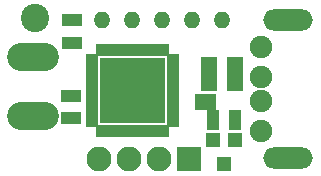
<source format=gts>
G04 #@! TF.FileFunction,Soldermask,Top*
%FSLAX46Y46*%
G04 Gerber Fmt 4.6, Leading zero omitted, Abs format (unit mm)*
G04 Created by KiCad (PCBNEW (2016-04-04 BZR 6663, Git 30f5a7a)-product) date 13/07/2016 18:07:22*
%MOMM*%
G01*
G04 APERTURE LIST*
%ADD10C,0.100000*%
%ADD11R,1.100000X0.650000*%
%ADD12R,0.650000X1.100000*%
%ADD13R,1.687500X1.687500*%
%ADD14R,1.700000X1.100000*%
%ADD15O,4.362400X2.381200*%
%ADD16R,1.100000X1.700000*%
%ADD17R,1.200100X1.200100*%
%ADD18R,1.460000X1.050000*%
%ADD19C,1.901140*%
%ADD20O,4.200000X1.800000*%
%ADD21O,1.400000X1.400000*%
%ADD22R,2.127200X2.100000*%
%ADD23O,2.127200X2.100000*%
%ADD24C,2.400000*%
%ADD25R,1.000000X1.400000*%
G04 APERTURE END LIST*
D10*
D11*
X147730000Y-96564000D03*
X147730000Y-97064000D03*
X147730000Y-97564000D03*
X147730000Y-98064000D03*
X147730000Y-98564000D03*
X147730000Y-99064000D03*
X147730000Y-99564000D03*
X147730000Y-100064000D03*
X147730000Y-100564000D03*
X147730000Y-101064000D03*
X147730000Y-101564000D03*
X147730000Y-102064000D03*
D12*
X148380000Y-102714000D03*
X148880000Y-102714000D03*
X149380000Y-102714000D03*
X149880000Y-102714000D03*
X150380000Y-102714000D03*
X150880000Y-102714000D03*
X151380000Y-102714000D03*
X151880000Y-102714000D03*
X152380000Y-102714000D03*
X152880000Y-102714000D03*
X153380000Y-102714000D03*
X153880000Y-102714000D03*
D11*
X154530000Y-102064000D03*
X154530000Y-101564000D03*
X154530000Y-101064000D03*
X154530000Y-100564000D03*
X154530000Y-100064000D03*
X154530000Y-99564000D03*
X154530000Y-99064000D03*
X154530000Y-98564000D03*
X154530000Y-98064000D03*
X154530000Y-97564000D03*
X154530000Y-97064000D03*
X154530000Y-96564000D03*
D12*
X153880000Y-95914000D03*
X153380000Y-95914000D03*
X152880000Y-95914000D03*
X152380000Y-95914000D03*
X151880000Y-95914000D03*
X151380000Y-95914000D03*
X150880000Y-95914000D03*
X150380000Y-95914000D03*
X149880000Y-95914000D03*
X149380000Y-95914000D03*
X148880000Y-95914000D03*
X148380000Y-95914000D03*
D13*
X153061250Y-101245250D03*
X153061250Y-99957750D03*
X153061250Y-98670250D03*
X153061250Y-97382750D03*
X151773750Y-101245250D03*
X151773750Y-99957750D03*
X151773750Y-98670250D03*
X151773750Y-97382750D03*
X150486250Y-101245250D03*
X150486250Y-99957750D03*
X150486250Y-98670250D03*
X150486250Y-97382750D03*
X149198750Y-101245250D03*
X149198750Y-99957750D03*
X149198750Y-98670250D03*
X149198750Y-97382750D03*
D14*
X145999000Y-95285600D03*
X145999000Y-93385600D03*
D15*
X142748000Y-96520000D03*
X142748000Y-101520000D03*
D16*
X157927000Y-101854000D03*
X159827000Y-101854000D03*
D14*
X145948000Y-101686000D03*
X145948000Y-99786000D03*
D17*
X159827000Y-103520240D03*
X157927000Y-103520240D03*
X158877000Y-105519220D03*
D18*
X159799000Y-98892400D03*
X159799000Y-97942400D03*
X159799000Y-96992400D03*
X157599000Y-96992400D03*
X157599000Y-98892400D03*
X157599000Y-97942400D03*
D19*
X162049880Y-102743860D03*
X162049880Y-100203860D03*
X162049880Y-98171860D03*
X162049880Y-95631860D03*
D20*
X164338000Y-105029000D03*
X164338000Y-93345000D03*
D21*
X158750000Y-93370400D03*
X151130000Y-93370400D03*
X153670000Y-93370400D03*
X148590000Y-93370400D03*
X156210000Y-93370400D03*
D22*
X155956000Y-105156000D03*
D23*
X153416000Y-105156000D03*
X150876000Y-105156000D03*
X148336000Y-105156000D03*
D24*
X142875000Y-93218000D03*
D25*
X157721500Y-100330000D03*
X156896000Y-100330000D03*
M02*

</source>
